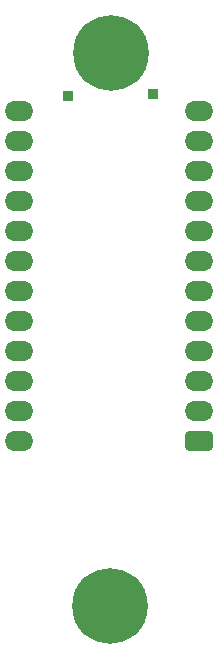
<source format=gbs>
G04 #@! TF.GenerationSoftware,KiCad,Pcbnew,6.0.1-79c1e3a40b~116~ubuntu20.04.1*
G04 #@! TF.CreationDate,2022-01-18T16:47:47+01:00*
G04 #@! TF.ProjectId,Pro_Micro_GPIB,50726f5f-4d69-4637-926f-5f475049422e,rev?*
G04 #@! TF.SameCoordinates,Original*
G04 #@! TF.FileFunction,Soldermask,Bot*
G04 #@! TF.FilePolarity,Negative*
%FSLAX46Y46*%
G04 Gerber Fmt 4.6, Leading zero omitted, Abs format (unit mm)*
G04 Created by KiCad (PCBNEW 6.0.1-79c1e3a40b~116~ubuntu20.04.1) date 2022-01-18 16:47:47*
%MOMM*%
%LPD*%
G01*
G04 APERTURE LIST*
G04 Aperture macros list*
%AMRoundRect*
0 Rectangle with rounded corners*
0 $1 Rounding radius*
0 $2 $3 $4 $5 $6 $7 $8 $9 X,Y pos of 4 corners*
0 Add a 4 corners polygon primitive as box body*
4,1,4,$2,$3,$4,$5,$6,$7,$8,$9,$2,$3,0*
0 Add four circle primitives for the rounded corners*
1,1,$1+$1,$2,$3*
1,1,$1+$1,$4,$5*
1,1,$1+$1,$6,$7*
1,1,$1+$1,$8,$9*
0 Add four rect primitives between the rounded corners*
20,1,$1+$1,$2,$3,$4,$5,0*
20,1,$1+$1,$4,$5,$6,$7,0*
20,1,$1+$1,$6,$7,$8,$9,0*
20,1,$1+$1,$8,$9,$2,$3,0*%
G04 Aperture macros list end*
%ADD10C,6.400000*%
%ADD11C,0.800000*%
%ADD12R,0.850000X0.850000*%
%ADD13RoundRect,0.425000X0.775000X-0.425000X0.775000X0.425000X-0.775000X0.425000X-0.775000X-0.425000X0*%
%ADD14O,2.400000X1.700000*%
G04 APERTURE END LIST*
D10*
X111950000Y-73230000D03*
D11*
X109550000Y-73230000D03*
X110252944Y-71532944D03*
X113647056Y-74927056D03*
X111950000Y-75630000D03*
X111950000Y-70830000D03*
X114350000Y-73230000D03*
X110252944Y-74927056D03*
X113647056Y-71532944D03*
D12*
X108320000Y-76810000D03*
D10*
X111910000Y-119990000D03*
D11*
X111910000Y-122390000D03*
X113607056Y-121687056D03*
X110212944Y-121687056D03*
X109510000Y-119990000D03*
X113607056Y-118292944D03*
X114310000Y-119990000D03*
X111910000Y-117590000D03*
X110212944Y-118292944D03*
D13*
X119455300Y-106039300D03*
D14*
X119455300Y-103499300D03*
X119455300Y-100959300D03*
X119455300Y-98419300D03*
X119455300Y-95879300D03*
X119455300Y-93339300D03*
X119455300Y-90799300D03*
X119455300Y-88259300D03*
X119455300Y-85719300D03*
X119455300Y-83179300D03*
X119455300Y-80639300D03*
X119455300Y-78099300D03*
X104215300Y-78099300D03*
X104215300Y-80639300D03*
X104215300Y-83179300D03*
X104215300Y-85719300D03*
X104215300Y-88259300D03*
X104215300Y-90799300D03*
X104215300Y-93339300D03*
X104215300Y-95879300D03*
X104215300Y-98419300D03*
X104215300Y-100959300D03*
X104215300Y-103499300D03*
X104215300Y-106039300D03*
D12*
X115560000Y-76720000D03*
M02*

</source>
